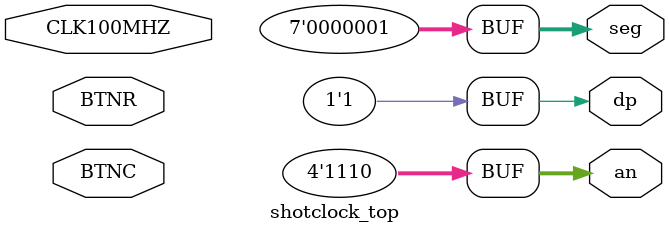
<source format=v>
`timescale 1ns / 1ps


module shotclock_top(
  input  wire CLK100MHZ,   // 100 MHz system clock
  input  wire BTNC,        // start/load countdown
  input  wire BTNR,        // reset button
  output wire [3:0] an,    // anode controls
  output wire [6:0] seg,   // segment outputs
  output wire dp           // decimal point
);

  wire start_pulse, reset_pulse;
  debounce db_start(.clk(CLK100MHZ), .btn(BTNC), .pulse(start_pulse));
  debounce db_reset(.clk(CLK100MHZ), .btn(BTNR), .pulse(reset_pulse));

  wire rst = reset_pulse;
  wire tick_1hz, scan_en;

  clock_divider div(
    .clk(CLK100MHZ),
    .rst(rst),
    .tick_1hz(tick_1hz),
    .scan_en(scan_en)
  );

  wire [3:0] s1, s0;
  wire zero;

  bcd_counter counter(
    .clk(CLK100MHZ),
    .rst(rst),
    .load(start_pulse),
    .tick_1hz(tick_1hz),
    .s1(s1),
    .s0(s0),
    .zero(zero)
  );

  /*
  sevenseg_mux display(
    .clk(CLK100MHZ),
    .rst(rst),
    .scan_en(scan_en),
    .d3(4'hF),
    .d2(4'hF),
    .d1(s1),
    .d0(s0),
    .dp3(1'b1),
    .dp2(1'b1),
    .dp1(1'b1),
    .dp0(1'b1),
    .an(an),
    .seg(seg),
    .dp(dp)
  );
  */

  assign dp  = 1'b1;         // decimal point OFF (active-low)
  assign an  = 4'b1110;      // enable only the right-most digit (active-low)
  assign seg = 7'b0000001;   // active-low pattern for "0" with seg[6:0]=a..g
endmodule
</source>
